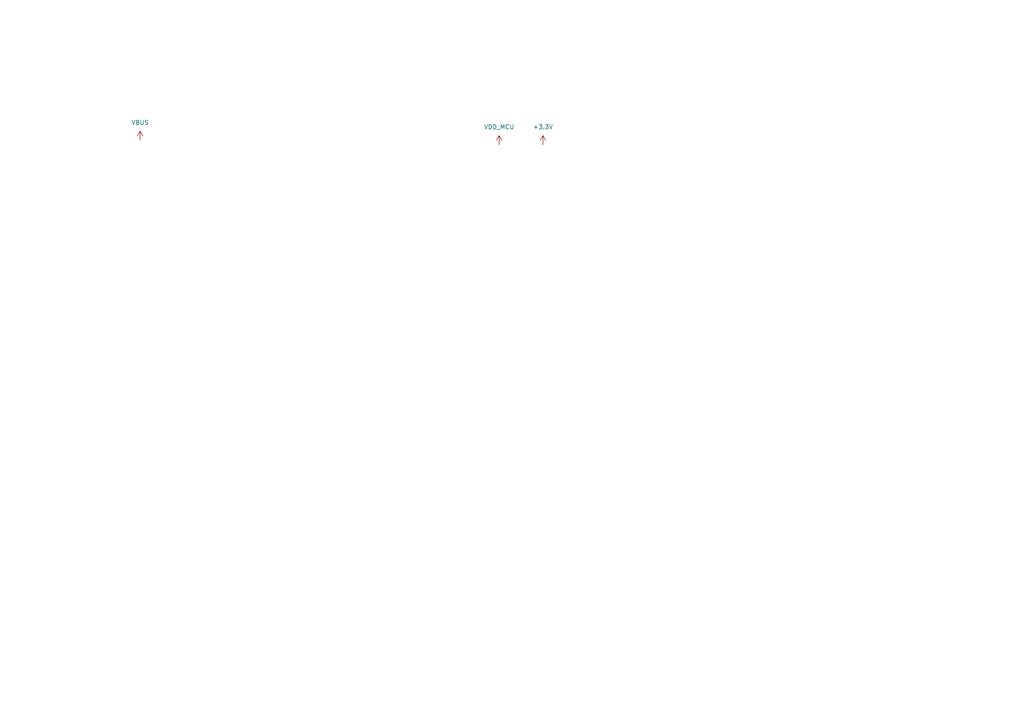
<source format=kicad_sch>
(kicad_sch (version 20250114) (generator "eeschema") (generator_version "9.0")
  (paper "A4")
  (lib_symbols
    (symbol "0_kv5x_devboard:VDD_MCU" (power) (pin_numbers (hide yes)) (pin_names (offset 0) (hide yes))
      (property "Value" "VDD_MCU" (at 0 3.556 0))
      (symbol "VDD_MCU_0_1"
        (polyline (pts (xy -0.762 1.27) (xy 0 2.54)))
        (polyline (pts (xy 0 2.54) (xy 0.762 1.27)))
        (polyline (pts (xy 0 0) (xy 0 2.54)))
      )
      (symbol "VDD_MCU_1_1"
        (pin power_in line (at 0 0 90) (length 0) (name "~") (number "1"))
      )
    )
    (symbol "power:+3.3V" (power) (pin_numbers (hide yes)) (pin_names (offset 0) (hide yes))
      (property "Value" "+3.3V" (at 0 3.556 0))
      (symbol "+3.3V_0_1"
        (polyline (pts (xy -0.762 1.27) (xy 0 2.54)))
        (polyline (pts (xy 0 2.54) (xy 0.762 1.27)))
        (polyline (pts (xy 0 0) (xy 0 2.54)))
      )
      (symbol "+3.3V_1_1"
        (pin power_in line (at 0 0 90) (length 0) (name "~") (number "1"))
      )
    )
    (symbol "power:VBUS" (power) (pin_numbers (hide yes)) (pin_names (offset 0) (hide yes))
      (property "Value" "VBUS" (at 0 3.556 0))
      (symbol "VBUS_0_1"
        (polyline (pts (xy -0.762 1.27) (xy 0 2.54)))
        (polyline (pts (xy 0 2.54) (xy 0.762 1.27)))
        (polyline (pts (xy 0 0) (xy 0 2.54)))
      )
      (symbol "VBUS_1_1"
        (pin power_in line (at 0 0 90) (length 0) (name "~") (number "1"))
      )
    )
  )
  (symbol (lib_id "0_kv5x_devboard:VDD_MCU") (at 144.78 41.91 0) (unit 1)
    (property "Reference" "#PWR08" (effects (hide yes)))
    (property "Value" "VDD_MCU" (at 144.78 36.83 0))
    (property "Description" "Power symbol creates a global label with name \"VDD_MCU\"" (effects (hide yes)))
  )
  (symbol (lib_id "power:VBUS") (at 40.64 40.64 0) (unit 1)
    (property "Reference" "#PWR09" (effects (hide yes)))
    (property "Value" "VBUS" (at 40.64 35.56 0))
    (property "Description" "Power symbol creates a global label with name \"VBUS\"" (effects (hide yes)))
  )
  (symbol (lib_id "power:+3.3V") (at 157.48 41.91 0) (unit 1)
    (property "Reference" "#PWR016" (effects (hide yes)))
    (property "Value" "+3.3V" (at 157.48 36.83 0))
    (property "Description" "Power symbol creates a global label with name \"+3.3V\"" (effects (hide yes)))
  )
)
</source>
